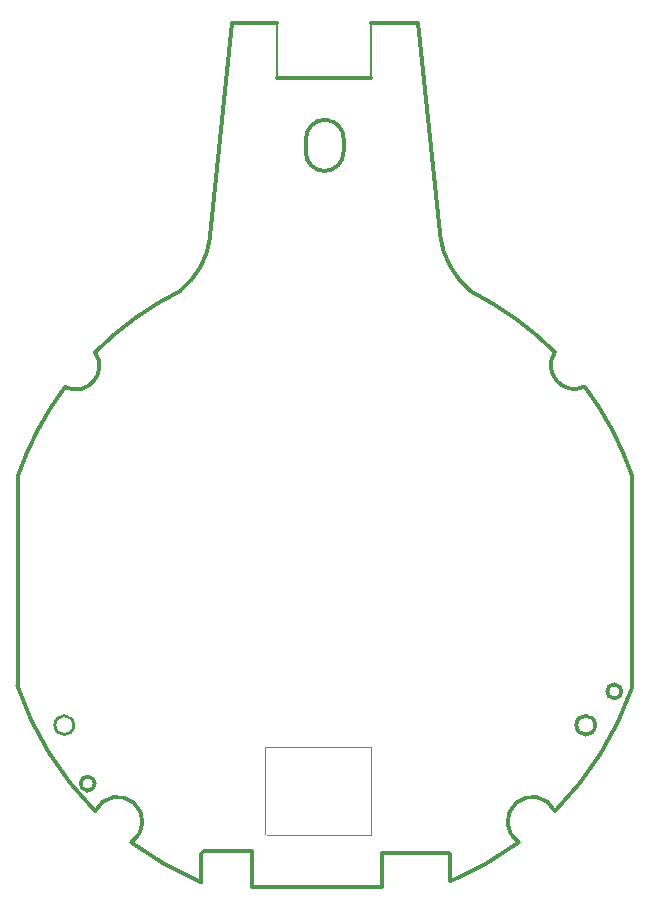
<source format=gko>
%FSLAX25Y25*%
%MOIN*%
G70*
G01*
G75*
G04 Layer_Color=16711935*
%ADD10C,0.00787*%
%ADD11C,0.01181*%
%ADD12C,0.01969*%
%ADD13R,0.01969X0.03937*%
G04:AMPARAMS|DCode=14|XSize=19.69mil|YSize=39.37mil|CornerRadius=0mil|HoleSize=0mil|Usage=FLASHONLY|Rotation=315.000|XOffset=0mil|YOffset=0mil|HoleType=Round|Shape=Rectangle|*
%AMROTATEDRECTD14*
4,1,4,-0.02088,-0.00696,0.00696,0.02088,0.02088,0.00696,-0.00696,-0.02088,-0.02088,-0.00696,0.0*
%
%ADD14ROTATEDRECTD14*%

G04:AMPARAMS|DCode=15|XSize=19.69mil|YSize=39.37mil|CornerRadius=0mil|HoleSize=0mil|Usage=FLASHONLY|Rotation=225.000|XOffset=0mil|YOffset=0mil|HoleType=Round|Shape=Rectangle|*
%AMROTATEDRECTD15*
4,1,4,-0.00696,0.02088,0.02088,-0.00696,0.00696,-0.02088,-0.02088,0.00696,-0.00696,0.02088,0.0*
%
%ADD15ROTATEDRECTD15*%

%ADD16R,0.03937X0.04724*%
G04:AMPARAMS|DCode=17|XSize=23.62mil|YSize=35.43mil|CornerRadius=0mil|HoleSize=0mil|Usage=FLASHONLY|Rotation=45.000|XOffset=0mil|YOffset=0mil|HoleType=Round|Shape=Rectangle|*
%AMROTATEDRECTD17*
4,1,4,0.00418,-0.02088,-0.02088,0.00418,-0.00418,0.02088,0.02088,-0.00418,0.00418,-0.02088,0.0*
%
%ADD17ROTATEDRECTD17*%

G04:AMPARAMS|DCode=18|XSize=23.62mil|YSize=35.43mil|CornerRadius=0mil|HoleSize=0mil|Usage=FLASHONLY|Rotation=315.000|XOffset=0mil|YOffset=0mil|HoleType=Round|Shape=Rectangle|*
%AMROTATEDRECTD18*
4,1,4,-0.02088,-0.00418,0.00418,0.02088,0.02088,0.00418,-0.00418,-0.02088,-0.02088,-0.00418,0.0*
%
%ADD18ROTATEDRECTD18*%

%ADD19R,0.03150X0.05118*%
%ADD20R,0.04724X0.03543*%
%ADD21R,0.01969X0.02362*%
%ADD22R,0.02362X0.01969*%
%ADD23R,0.02362X0.03543*%
%ADD24R,0.03937X0.02756*%
%ADD25R,0.02756X0.04921*%
%ADD26O,0.02362X0.05512*%
%ADD27R,0.02362X0.05512*%
%ADD28O,0.02362X0.07874*%
%ADD29R,0.01575X0.03937*%
%ADD30R,0.03937X0.03543*%
%ADD31R,0.01969X0.01575*%
%ADD32O,0.07480X0.12992*%
%ADD33R,0.02362X0.07874*%
%ADD34R,0.03150X0.07874*%
%ADD35R,0.01575X0.04724*%
%ADD36R,0.03543X0.03937*%
%ADD37R,0.06693X0.03543*%
%ADD38R,0.03543X0.02362*%
%ADD39R,0.04921X0.02756*%
%ADD40O,0.15748X0.11811*%
%ADD41O,0.07874X0.11811*%
%ADD42C,0.07874*%
%ADD43C,0.05906*%
%ADD44C,0.11811*%
%ADD45C,0.03937*%
%ADD46C,0.04724*%
%ADD47R,0.24200X0.17200*%
%ADD48R,0.05300X0.03507*%
%ADD49R,0.15182X0.11426*%
%ADD50R,0.14567X0.16142*%
%ADD51R,0.05512X0.13780*%
%ADD52R,0.08661X0.14173*%
%ADD53R,0.05906X0.13780*%
%ADD54R,0.19291X0.03830*%
%ADD55R,0.06400X0.17200*%
%ADD56R,0.29300X0.12570*%
%ADD57R,0.09645X0.14900*%
%ADD58O,0.05906X0.07874*%
%ADD59C,0.02362*%
%ADD60C,0.09843*%
%ADD61O,0.07874X0.05906*%
%ADD62R,0.07874X0.05906*%
%ADD63R,0.10581X0.53500*%
%ADD64R,0.07500X0.30800*%
%ADD65C,0.00394*%
%ADD66C,0.00197*%
%ADD67C,0.02362*%
%ADD68C,0.00984*%
%ADD69C,0.01000*%
%ADD70C,0.00400*%
%ADD71C,0.00591*%
%ADD72C,0.00200*%
%ADD73C,0.00500*%
%ADD74C,0.00800*%
%ADD75R,0.02769X0.04737*%
G04:AMPARAMS|DCode=76|XSize=27.69mil|YSize=47.37mil|CornerRadius=0mil|HoleSize=0mil|Usage=FLASHONLY|Rotation=315.000|XOffset=0mil|YOffset=0mil|HoleType=Round|Shape=Rectangle|*
%AMROTATEDRECTD76*
4,1,4,-0.02654,-0.00696,0.00696,0.02654,0.02654,0.00696,-0.00696,-0.02654,-0.02654,-0.00696,0.0*
%
%ADD76ROTATEDRECTD76*%

G04:AMPARAMS|DCode=77|XSize=27.69mil|YSize=47.37mil|CornerRadius=0mil|HoleSize=0mil|Usage=FLASHONLY|Rotation=225.000|XOffset=0mil|YOffset=0mil|HoleType=Round|Shape=Rectangle|*
%AMROTATEDRECTD77*
4,1,4,-0.00696,0.02654,0.02654,-0.00696,0.00696,-0.02654,-0.02654,0.00696,-0.00696,0.02654,0.0*
%
%ADD77ROTATEDRECTD77*%

%ADD78R,0.04737X0.05524*%
G04:AMPARAMS|DCode=79|XSize=31.62mil|YSize=43.43mil|CornerRadius=0mil|HoleSize=0mil|Usage=FLASHONLY|Rotation=45.000|XOffset=0mil|YOffset=0mil|HoleType=Round|Shape=Rectangle|*
%AMROTATEDRECTD79*
4,1,4,0.00418,-0.02654,-0.02654,0.00418,-0.00418,0.02654,0.02654,-0.00418,0.00418,-0.02654,0.0*
%
%ADD79ROTATEDRECTD79*%

G04:AMPARAMS|DCode=80|XSize=31.62mil|YSize=43.43mil|CornerRadius=0mil|HoleSize=0mil|Usage=FLASHONLY|Rotation=315.000|XOffset=0mil|YOffset=0mil|HoleType=Round|Shape=Rectangle|*
%AMROTATEDRECTD80*
4,1,4,-0.02654,-0.00418,0.00418,0.02654,0.02654,0.00418,-0.00418,-0.02654,-0.02654,-0.00418,0.0*
%
%ADD80ROTATEDRECTD80*%

%ADD81R,0.03950X0.05918*%
%ADD82R,0.05524X0.04343*%
%ADD83R,0.02769X0.03162*%
%ADD84R,0.03162X0.02769*%
%ADD85R,0.03162X0.04343*%
%ADD86R,0.04331X0.03150*%
%ADD87R,0.03556X0.05721*%
%ADD88O,0.03162X0.06312*%
%ADD89R,0.03162X0.06312*%
%ADD90O,0.03162X0.08674*%
%ADD91R,0.02375X0.04737*%
%ADD92R,0.04737X0.04343*%
%ADD93R,0.02769X0.02375*%
%ADD94O,0.08280X0.13792*%
%ADD95R,0.03162X0.08674*%
%ADD96R,0.03950X0.08674*%
%ADD97R,0.02375X0.05524*%
%ADD98R,0.04343X0.04737*%
%ADD99R,0.07493X0.04343*%
%ADD100R,0.04343X0.03162*%
%ADD101R,0.05721X0.03556*%
%ADD102O,0.16548X0.12611*%
%ADD103O,0.08674X0.12611*%
%ADD104O,0.06706X0.08674*%
%ADD105C,0.03162*%
%ADD106O,0.08674X0.06706*%
%ADD107R,0.08674X0.06706*%
D10*
X15458Y167996D02*
Y186234D01*
X-16038Y167996D02*
Y186135D01*
X-15939Y186234D01*
D11*
X-79103Y-69641D02*
G03*
X-79384Y-69624I0J2362D01*
G01*
X90065Y-47822D02*
G03*
X90065Y-47822I-3150J0D01*
G01*
X96459Y-38932D02*
G03*
X96410Y-38932I0J2362D01*
G01*
X-48153Y96975D02*
G03*
X-76423Y76687I48170J-96962D01*
G01*
X-48194Y97058D02*
G03*
X-38272Y115010I-16614J20901D01*
G01*
X-64473Y-86995D02*
G03*
X-41204Y-100169I64567J86908D01*
G01*
X6249Y147584D02*
G03*
X-6348Y147585I-6298J101D01*
G01*
X-6438Y143285D02*
G03*
X6159Y143283I6298J-101D01*
G01*
X-64573Y-86895D02*
G03*
X-76578Y-76446I-4531J6915D01*
G01*
X76590D02*
G03*
X64584Y-86895I-7475J-3533D01*
G01*
X102311Y35478D02*
G03*
X86602Y65012I-102295J-35465D01*
G01*
X76986Y-76129D02*
G03*
X102301Y-35480I-76969J76143D01*
G01*
X41716Y-99902D02*
G03*
X64584Y-86895I-41700J99915D01*
G01*
X-86637Y64921D02*
G03*
X-102314Y35372I86654J-64908D01*
G01*
X76611Y76532D02*
G03*
X49041Y96546I-76595J-76519D01*
G01*
X38284Y115914D02*
G03*
X49016Y96497I28703J3191D01*
G01*
X-102578Y-34572D02*
G03*
X-76608Y-76476I102595J34585D01*
G01*
X76648Y76508D02*
G03*
X86686Y65075I6547J-4375D01*
G01*
X-86575Y64875D02*
G03*
X-76675Y76507I3491J7058D01*
G01*
X41716Y-99902D02*
Y-90911D01*
X41344Y-90539D02*
X41716Y-90911D01*
X19029Y-90539D02*
X41344D01*
X19005Y-90516D02*
X19029Y-90539D01*
X19005Y-101619D02*
Y-90516D01*
X-24194Y-101619D02*
X19005D01*
X-24194D02*
Y-89916D01*
X-40451D02*
X-24194D01*
X-41204Y-90668D02*
X-40451Y-89916D01*
X-41204Y-100169D02*
Y-90668D01*
X-6348Y143375D02*
Y147585D01*
X6305Y143429D02*
Y147650D01*
X30922Y186234D02*
X38265Y116098D01*
X15421Y186234D02*
X30922D01*
X-30889D02*
X-15939D01*
X-38327Y115188D02*
X-30889Y186234D01*
X-102365Y-35316D02*
X-102295Y35184D01*
X102368Y-35479D02*
Y35075D01*
X-16038Y167996D02*
X15458D01*
D65*
X-20100Y-84147D02*
Y-55100D01*
X-19453Y-84600D02*
X15500D01*
Y-55072D01*
X-19933D02*
X15500D01*
D69*
X-83754Y-47822D02*
G03*
X-83754Y-47822I-3150J0D01*
G01*
M02*

</source>
